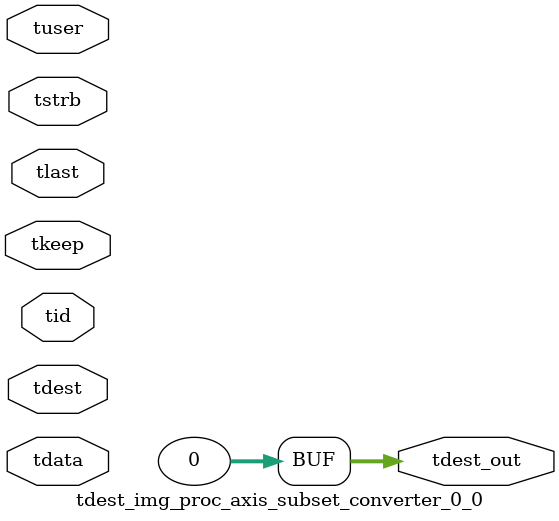
<source format=v>


`timescale 1ps/1ps

module tdest_img_proc_axis_subset_converter_0_0 #
(
parameter C_S_AXIS_TDATA_WIDTH = 32,
parameter C_S_AXIS_TUSER_WIDTH = 0,
parameter C_S_AXIS_TID_WIDTH   = 0,
parameter C_S_AXIS_TDEST_WIDTH = 0,
parameter C_M_AXIS_TDEST_WIDTH = 32
)
(
input  [(C_S_AXIS_TDATA_WIDTH == 0 ? 1 : C_S_AXIS_TDATA_WIDTH)-1:0     ] tdata,
input  [(C_S_AXIS_TUSER_WIDTH == 0 ? 1 : C_S_AXIS_TUSER_WIDTH)-1:0     ] tuser,
input  [(C_S_AXIS_TID_WIDTH   == 0 ? 1 : C_S_AXIS_TID_WIDTH)-1:0       ] tid,
input  [(C_S_AXIS_TDEST_WIDTH == 0 ? 1 : C_S_AXIS_TDEST_WIDTH)-1:0     ] tdest,
input  [(C_S_AXIS_TDATA_WIDTH/8)-1:0 ] tkeep,
input  [(C_S_AXIS_TDATA_WIDTH/8)-1:0 ] tstrb,
input                                                                    tlast,
output [C_M_AXIS_TDEST_WIDTH-1:0] tdest_out
);

assign tdest_out = {1'b0};

endmodule


</source>
